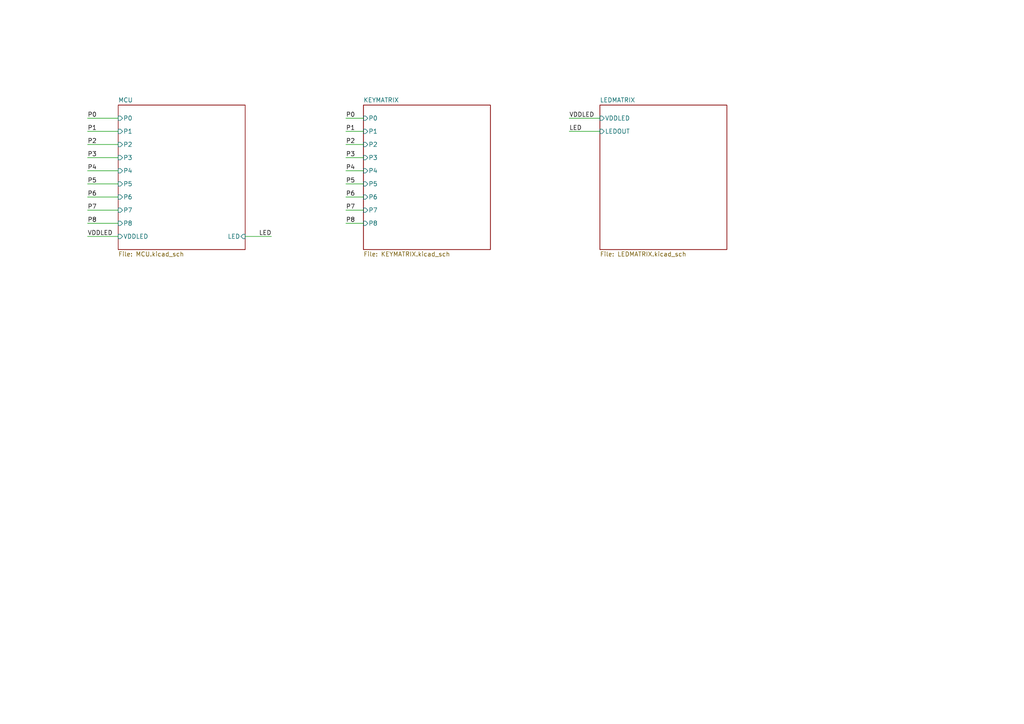
<source format=kicad_sch>
(kicad_sch (version 20230121) (generator eeschema)
  (paper "A4")
  (lib_symbols)
  (wire (pts (xy 25.4 64.77) (xy 34.29 64.77)))
  (wire (pts (xy 25.4 57.15) (xy 34.29 57.15)))
  (wire (pts (xy 25.4 53.34) (xy 34.29 53.34)))
  (wire (pts (xy 25.4 60.96) (xy 34.29 60.96)))
  (wire (pts (xy 25.4 68.58) (xy 34.29 68.58)))
  (wire (pts (xy 100.33 57.15) (xy 105.41 57.15)))
  (wire (pts (xy 71.12 68.58) (xy 78.74 68.58)))
  (wire (pts (xy 100.33 38.1) (xy 105.41 38.1)))
  (wire (pts (xy 100.33 41.91) (xy 105.41 41.91)))
  (wire (pts (xy 25.4 41.91) (xy 34.29 41.91)))
  (wire (pts (xy 100.33 34.29) (xy 105.41 34.29)))
  (wire (pts (xy 25.4 34.29) (xy 34.29 34.29)))
  (wire (pts (xy 100.33 53.34) (xy 105.41 53.34)))
  (wire (pts (xy 100.33 45.72) (xy 105.41 45.72)))
  (wire (pts (xy 25.4 49.53) (xy 34.29 49.53)))
  (wire (pts (xy 165.1 38.1) (xy 173.99 38.1)))
  (wire (pts (xy 165.1 34.29) (xy 173.99 34.29)))
  (wire (pts (xy 25.4 38.1) (xy 34.29 38.1)))
  (wire (pts (xy 100.33 49.53) (xy 105.41 49.53)))
  (wire (pts (xy 25.4 45.72) (xy 34.29 45.72)))
  (wire (pts (xy 100.33 64.77) (xy 105.41 64.77)))
  (wire (pts (xy 100.33 60.96) (xy 105.41 60.96)))
  (label "P1" (at 25.4 38.1 0))
  (label "P4" (at 25.4 49.53 0))
  (label "P8" (at 25.4 64.77 0))
  (label "P6" (at 100.33 57.15 0))
  (label "P2" (at 25.4 41.91 0))
  (label "P0" (at 25.4 34.29 0))
  (label "VDDLED" (at 165.1 34.29 0))
  (label "P4" (at 100.33 49.53 0))
  (label "P7" (at 100.33 60.96 0))
  (label "P3" (at 25.4 45.72 0))
  (label "VDDLED" (at 25.4 68.58 0))
  (label "P2" (at 100.33 41.91 0))
  (label "P6" (at 25.4 57.15 0))
  (label "P7" (at 25.4 60.96 0))
  (label "LED" (at 165.1 38.1 0))
  (label "P1" (at 100.33 38.1 0))
  (label "P8" (at 100.33 64.77 0))
  (label "P5" (at 25.4 53.34 0))
  (label "LED" (at 78.74 68.58 180))
  (label "P3" (at 100.33 45.72 0))
  (label "P0" (at 100.33 34.29 0))
  (label "P5" (at 100.33 53.34 0))
  (sheet (at 105.41 30.48) (size 36.83 41.91) (stroke (width 0.1524))
    (property "Sheetname" "KEYMATRIX" (at 105.41 29.7684 0) (effects (justify left bottom)))
    (property "Sheetfile" "KEYMATRIX.kicad_sch" (at 105.41 72.9746 0) (effects (justify left top)))
    (pin "P2" input (at 105.41 41.91 180))
    (pin "P3" input (at 105.41 45.72 180))
    (pin "P0" input (at 105.41 34.29 180))
    (pin "P1" input (at 105.41 38.1 180))
    (pin "P4" input (at 105.41 49.53 180))
    (pin "P6" input (at 105.41 57.15 180))
    (pin "P5" input (at 105.41 53.34 180))
    (pin "P7" input (at 105.41 60.96 180))
    (pin "P8" input (at 105.41 64.77 180))
  )
  (sheet (at 173.99 30.48) (size 36.83 41.91) (stroke (width 0.1524))
    (property "Sheetname" "LEDMATRIX" (at 173.99 29.7684 0) (effects (justify left bottom)))
    (property "Sheetfile" "LEDMATRIX.kicad_sch" (at 173.99 72.9746 0) (effects (justify left top)))
    (pin "VDDLED" input (at 173.99 34.29 180))
    (pin "LEDOUT" input (at 173.99 38.1 180))
  )
  (sheet (at 34.29 30.48) (size 36.83 41.91) (stroke (width 0.1524))
    (property "Sheetname" "MCU" (at 34.29 29.7684 0) (effects (justify left bottom)))
    (property "Sheetfile" "MCU.kicad_sch" (at 34.29 72.9746 0) (effects (justify left top)))
    (pin "P0" input (at 34.29 34.29 180))
    (pin "P1" input (at 34.29 38.1 180))
    (pin "P2" input (at 34.29 41.91 180))
    (pin "P3" input (at 34.29 45.72 180))
    (pin "P4" input (at 34.29 49.53 180))
    (pin "P5" input (at 34.29 53.34 180))
    (pin "P6" input (at 34.29 57.15 180))
    (pin "P7" input (at 34.29 60.96 180))
    (pin "P8" input (at 34.29 64.77 180))
    (pin "VDDLED" input (at 34.29 68.58 180))
    (pin "LED" input (at 71.12 68.58 0))
  )
)
</source>
